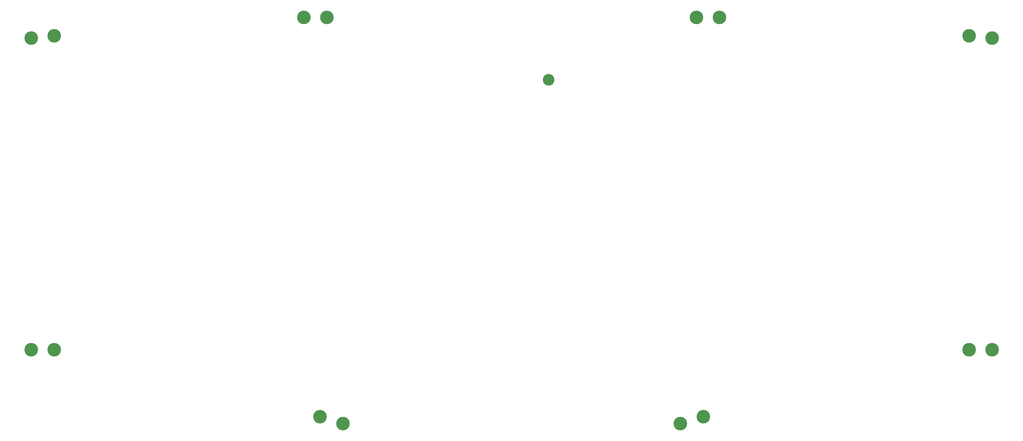
<source format=gbr>
G04 #@! TF.GenerationSoftware,KiCad,Pcbnew,(5.1.4-0)*
G04 #@! TF.CreationDate,2021-11-04T11:38:30-05:00*
G04 #@! TF.ProjectId,bottom_plate,626f7474-6f6d-45f7-906c-6174652e6b69,rev?*
G04 #@! TF.SameCoordinates,Original*
G04 #@! TF.FileFunction,Soldermask,Bot*
G04 #@! TF.FilePolarity,Negative*
%FSLAX46Y46*%
G04 Gerber Fmt 4.6, Leading zero omitted, Abs format (unit mm)*
G04 Created by KiCad (PCBNEW (5.1.4-0)) date 2021-11-04 11:38:30*
%MOMM*%
%LPD*%
G04 APERTURE LIST*
%ADD10C,3.500000*%
%ADD11C,3.000000*%
G04 APERTURE END LIST*
D10*
X247056322Y-176212604D03*
X315517202Y-158948556D03*
X315517202Y-77986124D03*
X251223506Y-73223628D03*
X148234530Y-176212604D03*
X79773650Y-158948556D03*
X144067346Y-73223628D03*
X79773650Y-77986124D03*
D11*
X207170418Y-89297052D03*
D10*
X73819060Y-78581436D03*
X73820040Y-158948739D03*
X150019380Y-73223743D03*
X154187295Y-177998755D03*
X245269780Y-73223743D03*
X241102993Y-177998755D03*
X321470256Y-78581436D03*
X321470100Y-158948675D03*
M02*

</source>
